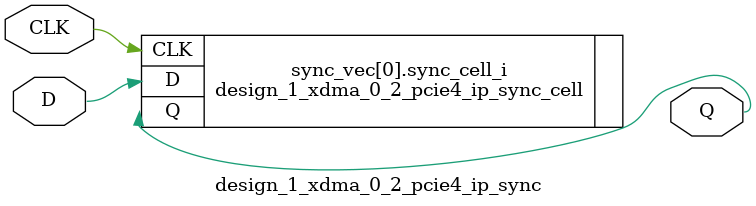
<source format=v>

`timescale 1ps / 1ps

(* DowngradeIPIdentifiedWarnings = "yes" *)
module design_1_xdma_0_2_pcie4_ip_sync #
(
    parameter integer WIDTH = 1, 
    parameter integer STAGE = 3
)
(
    //-------------------------------------------------------------------------- 
    //  Input Ports
    //-------------------------------------------------------------------------- 
    input                               CLK,
    input       [WIDTH-1:0]             D,
    
    //-------------------------------------------------------------------------- 
    //  Output Ports
    //-------------------------------------------------------------------------- 
    output      [WIDTH-1:0]             Q
);                                                        



//--------------------------------------------------------------------------------------------------
//  Generate Synchronizer - Begin
//--------------------------------------------------------------------------------------------------
genvar i;

generate for (i=0; i<WIDTH; i=i+1) 

    begin : sync_vec

    //----------------------------------------------------------------------
    //  Synchronizer
    //----------------------------------------------------------------------
    design_1_xdma_0_2_pcie4_ip_sync_cell #
    (
        .STAGE                          (STAGE)
    )    
    sync_cell_i
    (
        //------------------------------------------------------------------
        //  Input Ports
        //------------------------------------------------------------------
        .CLK                            (CLK),
        .D                              (D[i]),

        //------------------------------------------------------------------
        //  Output Ports
        //------------------------------------------------------------------
        .Q                              (Q[i])
    );
 
    end   
      
endgenerate 
//--------------------------------------------------------------------------------------------------
//  Generate - End
//--------------------------------------------------------------------------------------------------



endmodule

</source>
